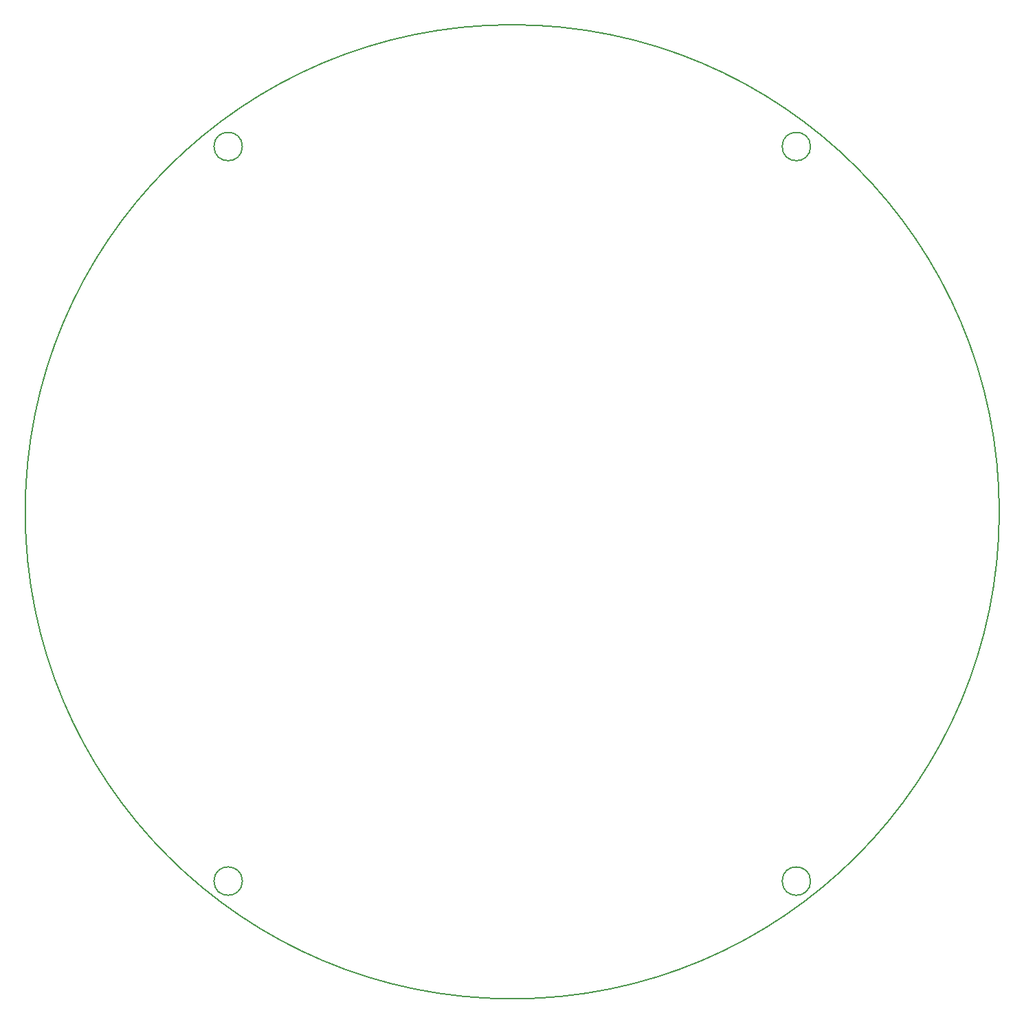
<source format=gbr>
%TF.GenerationSoftware,KiCad,Pcbnew,(6.0.11)*%
%TF.CreationDate,2023-09-02T12:48:20+09:00*%
%TF.ProjectId,main_board,6d61696e-5f62-46f6-9172-642e6b696361,rev?*%
%TF.SameCoordinates,Original*%
%TF.FileFunction,Profile,NP*%
%FSLAX46Y46*%
G04 Gerber Fmt 4.6, Leading zero omitted, Abs format (unit mm)*
G04 Created by KiCad (PCBNEW (6.0.11)) date 2023-09-02 12:48:20*
%MOMM*%
%LPD*%
G01*
G04 APERTURE LIST*
%TA.AperFunction,Profile*%
%ADD10C,0.200000*%
%TD*%
G04 APERTURE END LIST*
D10*
X147090000Y-147100000D02*
G75*
G03*
X147090000Y-147100000I-1750000J0D01*
G01*
X147090000Y-56600000D02*
G75*
G03*
X147090000Y-56600000I-1750000J0D01*
G01*
X240340000Y-101600000D02*
G75*
G03*
X240340000Y-101600000I-60000000J0D01*
G01*
X217090000Y-147100000D02*
G75*
G03*
X217090000Y-147100000I-1750000J0D01*
G01*
X217090000Y-56600000D02*
G75*
G03*
X217090000Y-56600000I-1750000J0D01*
G01*
M02*

</source>
